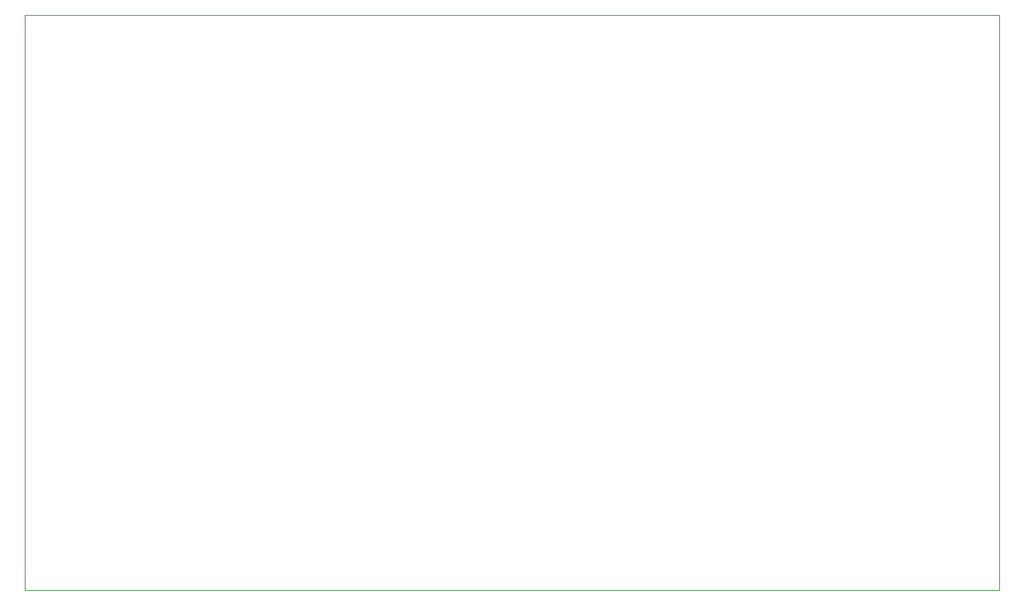
<source format=gm1>
G04 #@! TF.GenerationSoftware,KiCad,Pcbnew,(5.1.2)-1*
G04 #@! TF.CreationDate,2019-05-31T11:35:42+02:00*
G04 #@! TF.ProjectId,phasefreq,70686173-6566-4726-9571-2e6b69636164,rev?*
G04 #@! TF.SameCoordinates,Original*
G04 #@! TF.FileFunction,Profile,NP*
%FSLAX46Y46*%
G04 Gerber Fmt 4.6, Leading zero omitted, Abs format (unit mm)*
G04 Created by KiCad (PCBNEW (5.1.2)-1) date 2019-05-31 11:35:42*
%MOMM*%
%LPD*%
G04 APERTURE LIST*
%ADD10C,0.050000*%
G04 APERTURE END LIST*
D10*
X246000000Y-137500000D02*
X246000000Y-72500000D01*
X136000000Y-137500000D02*
X246000000Y-137500000D01*
X136000000Y-72500000D02*
X136000000Y-137500000D01*
X246000000Y-72500000D02*
X136000000Y-72500000D01*
M02*

</source>
